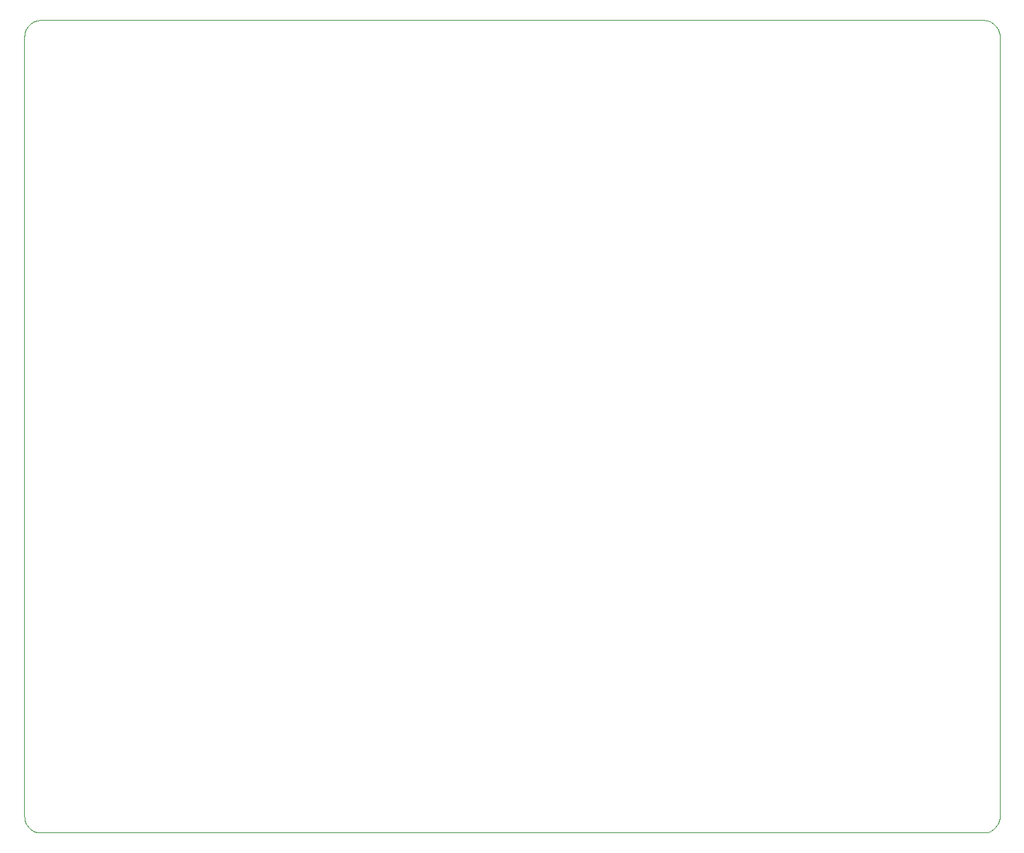
<source format=gbr>
G75*
G70*
%OFA0B0*%
%FSLAX24Y24*%
%IPPOS*%
%LPD*%
%AMOC8*
5,1,8,0,0,1.08239X$1,22.5*
%
%ADD10C,0.0000*%
D10*
X000942Y000155D02*
X046612Y000155D01*
X046666Y000157D01*
X046719Y000162D01*
X046772Y000171D01*
X046824Y000184D01*
X046876Y000200D01*
X046926Y000220D01*
X046974Y000243D01*
X047021Y000270D01*
X047066Y000299D01*
X047109Y000332D01*
X047149Y000367D01*
X047187Y000405D01*
X047222Y000445D01*
X047255Y000488D01*
X047284Y000533D01*
X047311Y000580D01*
X047334Y000628D01*
X047354Y000678D01*
X047370Y000730D01*
X047383Y000782D01*
X047392Y000835D01*
X047397Y000888D01*
X047399Y000942D01*
X047399Y038738D01*
X047397Y038792D01*
X047392Y038845D01*
X047383Y038898D01*
X047370Y038950D01*
X047354Y039002D01*
X047334Y039052D01*
X047311Y039100D01*
X047284Y039147D01*
X047255Y039192D01*
X047222Y039235D01*
X047187Y039275D01*
X047149Y039313D01*
X047109Y039348D01*
X047066Y039381D01*
X047021Y039410D01*
X046974Y039437D01*
X046926Y039460D01*
X046876Y039480D01*
X046824Y039496D01*
X046772Y039509D01*
X046719Y039518D01*
X046666Y039523D01*
X046612Y039525D01*
X000942Y039525D01*
X000888Y039523D01*
X000835Y039518D01*
X000782Y039509D01*
X000730Y039496D01*
X000678Y039480D01*
X000628Y039460D01*
X000580Y039437D01*
X000533Y039410D01*
X000488Y039381D01*
X000445Y039348D01*
X000405Y039313D01*
X000367Y039275D01*
X000332Y039235D01*
X000299Y039192D01*
X000270Y039147D01*
X000243Y039100D01*
X000220Y039052D01*
X000200Y039002D01*
X000184Y038950D01*
X000171Y038898D01*
X000162Y038845D01*
X000157Y038792D01*
X000155Y038738D01*
X000155Y000942D01*
X000157Y000888D01*
X000162Y000835D01*
X000171Y000782D01*
X000184Y000730D01*
X000200Y000678D01*
X000220Y000628D01*
X000243Y000580D01*
X000270Y000533D01*
X000299Y000488D01*
X000332Y000445D01*
X000367Y000405D01*
X000405Y000367D01*
X000445Y000332D01*
X000488Y000299D01*
X000533Y000270D01*
X000580Y000243D01*
X000628Y000220D01*
X000678Y000200D01*
X000730Y000184D01*
X000782Y000171D01*
X000835Y000162D01*
X000888Y000157D01*
X000942Y000155D01*
M02*

</source>
